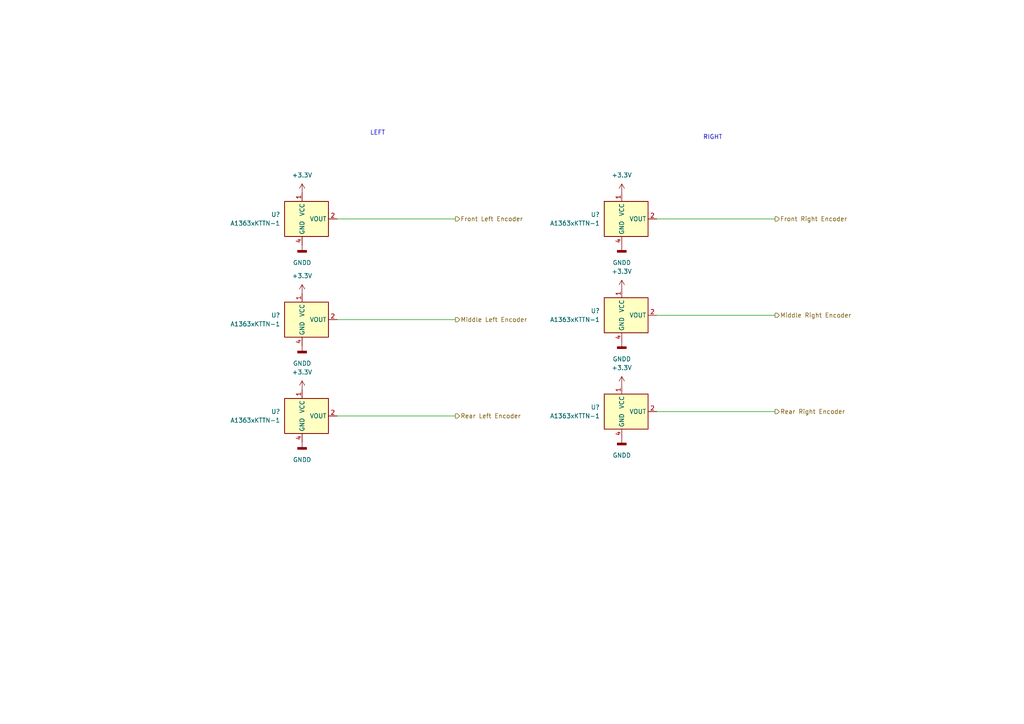
<source format=kicad_sch>
(kicad_sch (version 20211123) (generator eeschema)
  (paper "A4")
  (title_block (title "Arty Z7 IO expander card") (date "2022-12-24") (rev "0.1") (company "HiQ"))
  (lib_symbols
    (symbol "Sensor_Current:A1363xKTTN-1"
      (property "Reference" "U" (at 8.89 6.35 0))
      (property "Value" "A1363xKTTN-1" (at 8.89 3.81 0))
      (symbol "A1363xKTTN-1_0_1"
        (rectangle (start -5.08 5.08) (end 7.62 -5.08) (stroke (width 0.254)) (fill (type background)))
      )
      (symbol "A1363xKTTN-1_1_1"
        (pin power_in line (at 0 7.62 270) (length 2.54) (name "VCC") (number "1"))
        (pin output line (at 10.16 0 180) (length 2.54) (name "VOUT") (number "2"))
        (pin no_connect line (at 7.62 -2.54 180) (length 2.54) hide (name "NC") (number "3"))
        (pin power_in line (at 0 -7.62 90) (length 2.54) (name "GND") (number "4"))
      )
    )
    (symbol "power:+3.3V" (power) (pin_names (offset 0))
      (property "Value" "+3.3V" (at 0 3.556 0))
      (symbol "+3.3V_0_1"
        (polyline (pts (xy -0.762 1.27) (xy 0 2.54)))
        (polyline (pts (xy 0 0) (xy 0 2.54)))
        (polyline (pts (xy 0 2.54) (xy 0.762 1.27)))
      )
      (symbol "+3.3V_1_1"
        (pin power_in line (at 0 0 90) (length 0) hide (name "+3.3V") (number "1"))
      )
    )
    (symbol "power:GNDD" (power) (pin_names (offset 0))
      (property "Value" "GNDD" (at 0 -3.175 0))
      (symbol "GNDD_0_1"
        (rectangle (start -1.27 -1.524) (end 1.27 -2.032) (stroke (width 0.254)) (fill (type outline)))
        (polyline (pts (xy 0 0) (xy 0 -1.524)))
      )
      (symbol "GNDD_1_1"
        (pin power_in line (at 0 0 270) (length 0) hide (name "GNDD") (number "1"))
      )
    )
  )
  (wire (pts (xy 97.79 120.65) (xy 132.08 120.65)))
  (wire (pts (xy 190.5 91.44) (xy 224.79 91.44)))
  (wire (pts (xy 97.79 92.71) (xy 132.08 92.71)))
  (wire (pts (xy 190.5 119.38) (xy 224.79 119.38)))
  (wire (pts (xy 190.5 63.5) (xy 224.79 63.5)))
  (wire (pts (xy 97.79 63.5) (xy 132.08 63.5)))
  (text "RIGHT" (at 209.55 40.64 180) (effects (font (size 1.27 1.27)) (justify right bottom)))
  (text "LEFT" (at 111.76 39.37 180) (effects (font (size 1.27 1.27)) (justify right bottom)))
  (hierarchical_label "Middle Left Encoder" (shape output) (at 132.08 92.71 0))
  (hierarchical_label "Front Right Encoder" (shape output) (at 224.79 63.5 0))
  (hierarchical_label "Front Left Encoder" (shape output) (at 132.08 63.5 0))
  (hierarchical_label "Middle Right Encoder" (shape output) (at 224.79 91.44 0))
  (hierarchical_label "Rear Left Encoder" (shape output) (at 132.08 120.65 0))
  (hierarchical_label "Rear Right Encoder" (shape output) (at 224.79 119.38 0))
  (symbol (lib_id "Sensor_Current:A1363xKTTN-1") (at 87.63 92.71 0) (unit 1)
    (property "Reference" "U?" (at 81.28 91.4399 0) (effects (justify right)))
    (property "Value" "A1363xKTTN-1" (at 81.28 93.9799 0) (effects (justify right)))
    (property "Footprint" "Sensor_Current:Allegro_SIP-4" (effects hide))
    (property "Datasheet" "http://www.allegromicro.com/~/media/Files/Datasheets/A1363-Datasheet.ashx?la=en" (effects hide))
  )
  (symbol (lib_id "power:GNDD") (at 180.34 71.12 0) (unit 1)
    (property "Reference" "#PWR?" (effects hide))
    (property "Value" "GNDD" (at 180.34 76.2 0))
  )
  (symbol (lib_id "power:GNDD") (at 87.63 100.33 0) (unit 1)
    (property "Reference" "#PWR?" (effects hide))
    (property "Value" "GNDD" (at 87.63 105.41 0))
  )
  (symbol (lib_id "power:GNDD") (at 180.34 127 0) (unit 1)
    (property "Reference" "#PWR?" (effects hide))
    (property "Value" "GNDD" (at 180.34 132.08 0))
  )
  (symbol (lib_id "Sensor_Current:A1363xKTTN-1") (at 87.63 120.65 0) (unit 1)
    (property "Reference" "U?" (at 81.28 119.3799 0) (effects (justify right)))
    (property "Value" "A1363xKTTN-1" (at 81.28 121.9199 0) (effects (justify right)))
    (property "Footprint" "Sensor_Current:Allegro_SIP-4" (effects hide))
    (property "Datasheet" "http://www.allegromicro.com/~/media/Files/Datasheets/A1363-Datasheet.ashx?la=en" (effects hide))
  )
  (symbol (lib_id "power:+3.3V") (at 87.63 113.03 0) (unit 1)
    (property "Reference" "#PWR?" (effects hide))
    (property "Value" "+3.3V" (at 87.63 107.95 0))
  )
  (symbol (lib_id "power:+3.3V") (at 87.63 55.88 0) (unit 1)
    (property "Reference" "#PWR?" (effects hide))
    (property "Value" "+3.3V" (at 87.63 50.8 0))
  )
  (symbol (lib_id "Sensor_Current:A1363xKTTN-1") (at 180.34 63.5 0) (unit 1)
    (property "Reference" "U?" (at 173.99 62.2299 0) (effects (justify right)))
    (property "Value" "A1363xKTTN-1" (at 173.99 64.7699 0) (effects (justify right)))
    (property "Footprint" "Sensor_Current:Allegro_SIP-4" (effects hide))
    (property "Datasheet" "http://www.allegromicro.com/~/media/Files/Datasheets/A1363-Datasheet.ashx?la=en" (effects hide))
  )
  (symbol (lib_id "power:+3.3V") (at 180.34 111.76 0) (unit 1)
    (property "Reference" "#PWR?" (effects hide))
    (property "Value" "+3.3V" (at 180.34 106.68 0))
  )
  (symbol (lib_id "power:+3.3V") (at 87.63 85.09 0) (unit 1)
    (property "Reference" "#PWR?" (effects hide))
    (property "Value" "+3.3V" (at 87.63 80.01 0))
  )
  (symbol (lib_id "power:GNDD") (at 180.34 99.06 0) (unit 1)
    (property "Reference" "#PWR?" (effects hide))
    (property "Value" "GNDD" (at 180.34 104.14 0))
  )
  (symbol (lib_id "power:GNDD") (at 87.63 128.27 0) (unit 1)
    (property "Reference" "#PWR?" (effects hide))
    (property "Value" "GNDD" (at 87.63 133.35 0))
  )
  (symbol (lib_id "Sensor_Current:A1363xKTTN-1") (at 87.63 63.5 0) (unit 1)
    (property "Reference" "U?" (at 81.28 62.2299 0) (effects (justify right)))
    (property "Value" "A1363xKTTN-1" (at 81.28 64.7699 0) (effects (justify right)))
    (property "Footprint" "Sensor_Current:Allegro_SIP-4" (effects hide))
    (property "Datasheet" "http://www.allegromicro.com/~/media/Files/Datasheets/A1363-Datasheet.ashx?la=en" (effects hide))
  )
  (symbol (lib_id "Sensor_Current:A1363xKTTN-1") (at 180.34 119.38 0) (unit 1)
    (property "Reference" "U?" (at 173.99 118.1099 0) (effects (justify right)))
    (property "Value" "A1363xKTTN-1" (at 173.99 120.6499 0) (effects (justify right)))
    (property "Footprint" "Sensor_Current:Allegro_SIP-4" (effects hide))
    (property "Datasheet" "http://www.allegromicro.com/~/media/Files/Datasheets/A1363-Datasheet.ashx?la=en" (effects hide))
  )
  (symbol (lib_id "power:+3.3V") (at 180.34 55.88 0) (unit 1)
    (property "Reference" "#PWR?" (effects hide))
    (property "Value" "+3.3V" (at 180.34 50.8 0))
  )
  (symbol (lib_id "power:+3.3V") (at 180.34 83.82 0) (unit 1)
    (property "Reference" "#PWR?" (effects hide))
    (property "Value" "+3.3V" (at 180.34 78.74 0))
  )
  (symbol (lib_id "power:GNDD") (at 87.63 71.12 0) (unit 1)
    (property "Reference" "#PWR?" (effects hide))
    (property "Value" "GNDD" (at 87.63 76.2 0))
  )
  (symbol (lib_id "Sensor_Current:A1363xKTTN-1") (at 180.34 91.44 0) (unit 1)
    (property "Reference" "U?" (at 173.99 90.1699 0) (effects (justify right)))
    (property "Value" "A1363xKTTN-1" (at 173.99 92.7099 0) (effects (justify right)))
    (property "Footprint" "Sensor_Current:Allegro_SIP-4" (effects hide))
    (property "Datasheet" "http://www.allegromicro.com/~/media/Files/Datasheets/A1363-Datasheet.ashx?la=en" (effects hide))
  )
)
</source>
